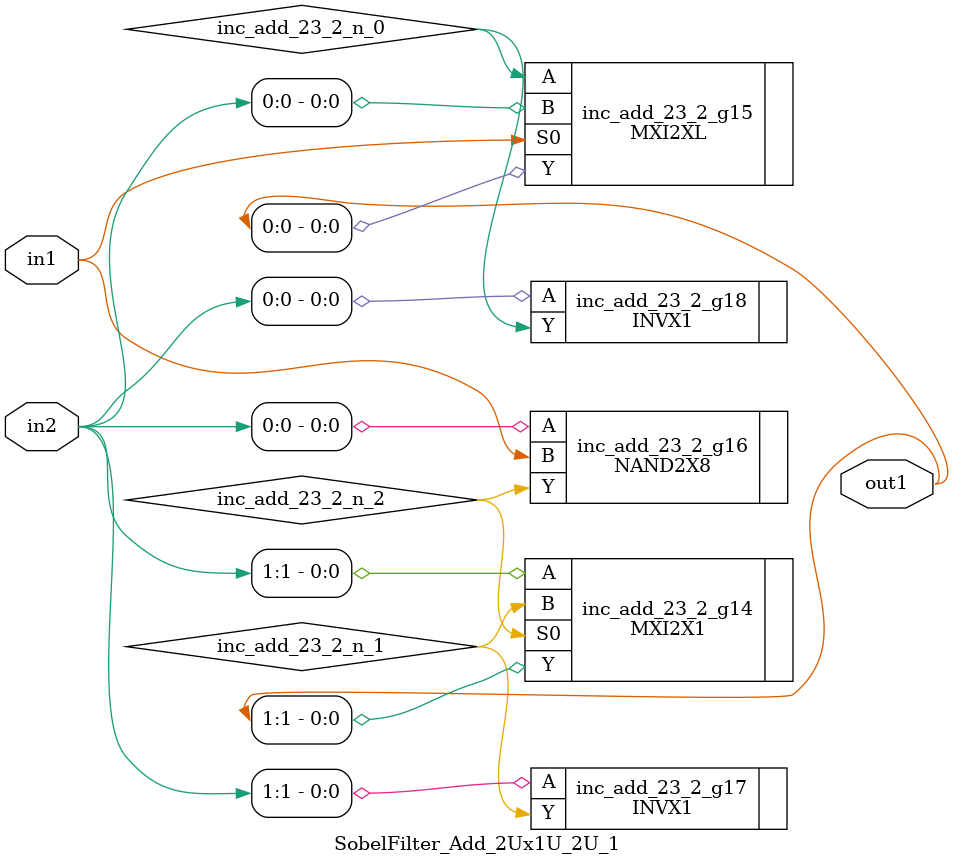
<source format=v>
`timescale 1ps / 1ps


module SobelFilter_Add_2Ux1U_2U_1(in2, in1, out1);
  input [1:0] in2;
  input in1;
  output [1:0] out1;
  wire [1:0] in2;
  wire in1;
  wire [1:0] out1;
  wire inc_add_23_2_n_0, inc_add_23_2_n_1, inc_add_23_2_n_2;
  MXI2X1 inc_add_23_2_g14(.A (in2[1]), .B (inc_add_23_2_n_1), .S0
       (inc_add_23_2_n_2), .Y (out1[1]));
  MXI2XL inc_add_23_2_g15(.A (inc_add_23_2_n_0), .B (in2[0]), .S0
       (in1), .Y (out1[0]));
  NAND2X8 inc_add_23_2_g16(.A (in2[0]), .B (in1), .Y
       (inc_add_23_2_n_2));
  INVX1 inc_add_23_2_g17(.A (in2[1]), .Y (inc_add_23_2_n_1));
  INVX1 inc_add_23_2_g18(.A (in2[0]), .Y (inc_add_23_2_n_0));
endmodule



</source>
